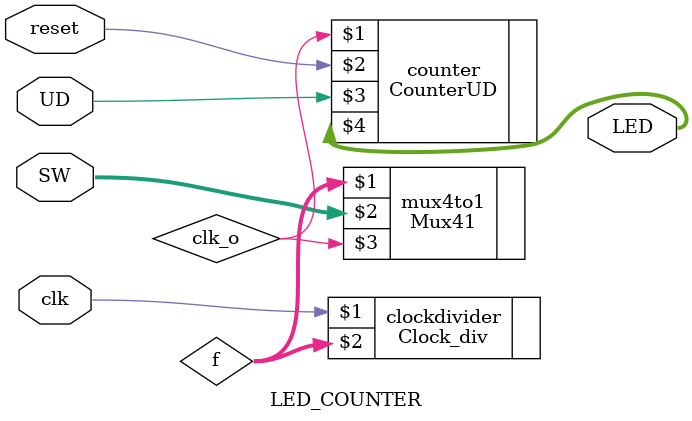
<source format=v>
`timescale 1ns / 1ps
module LED_COUNTER(
input wire clk, reset,
input wire [1:0] SW,
input wire UD,
output wire [7:0] LED 
 );
// wire declaration
wire [3:0] f;
wire clk_o ;
// module instance
Clock_div clockdivider (clk, f) ;
Mux41 mux4to1 (f,SW,clk_o);
CounterUD counter (clk_o, reset,UD,LED);
endmodule

</source>
